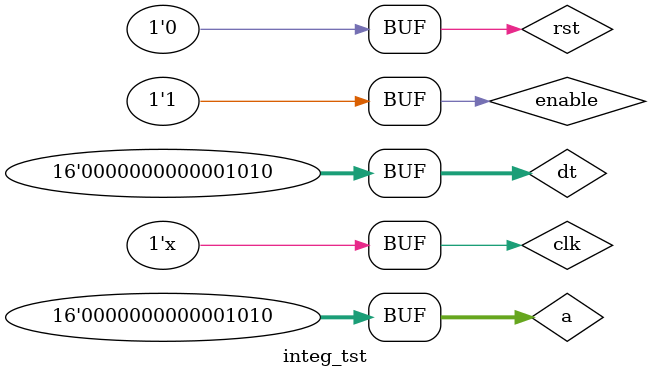
<source format=v>
`timescale 1ns / 1ps


module integ_tst;

	// Inputs
	reg [15:0] a;
	reg [15:0] dt;
	reg enable;
	reg rst;
	reg clk;

	// Outputs
	wire [15:0] v;
	wire busy;

	// Instantiate the Unit Under Test (UUT)
	Integradorv2 uut (
		.a(a), 
		.dt(dt), 
		.enable(enable), 
		.rst(rst), 
		.clk(clk), 
		.v(v), 
		.busy(busy)
	);

	initial begin
		// Initialize Inputs
		a = 5'hAA;
		dt = 5'd10;
		enable = 0;
		rst = 1;
		clk = 0;

		// Wait 100 ns for global reset to finish
		#100;
        enable = 1;
		  rst = 0;
		// Add stimulus here

	end
      
		always #5 clk<=!clk;
		
endmodule


</source>
